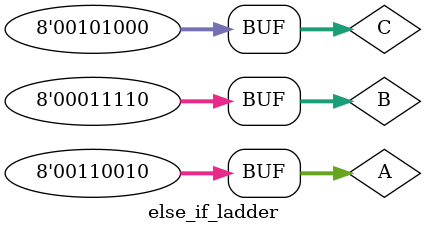
<source format=sv>
module else_if_ladder;
  logic [7:0] A,B,C;
  initial
    begin
      A = 50;
      B = 30;
      C = 40;
      
      if(A == 20)
        $display("A is equal to 20");
      else if(A < B)
        $display("A is Less than B");
      else if(A < C)
        $display("A is Less than C");
      else
        $display("A is Greater than B and C");
    end
endmodule
/*
# KERNEL: ASDB file was created in location /home/runner/dataset.asdb
# KERNEL: A is Greater than B and C
# KERNEL: Simulation has finished. There are no more test vectors to simulate.
# VSIM: Simulation has finished.

</source>
